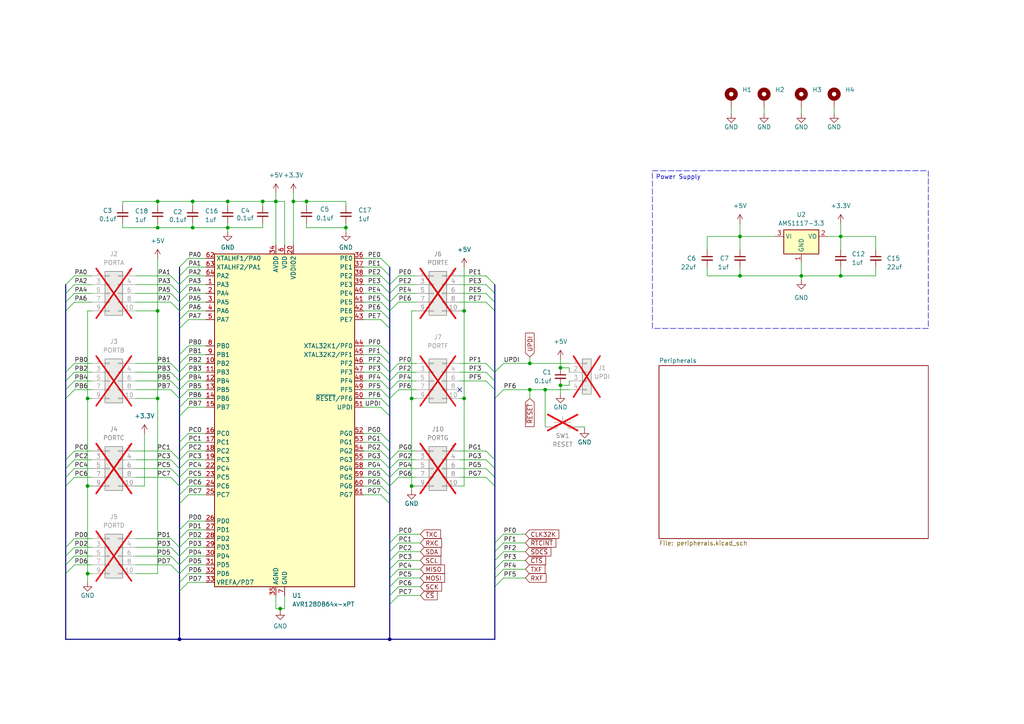
<source format=kicad_sch>
(kicad_sch (version 20231120) (generator "eeschema") (generator_version "8.0")
  (paper "A4")
  (title_block (title "AVRbrain") (date "2024-01-23") (rev "1.0") (company "(C) 2023 J.B. Langston") (comment 1 "https://github.com/jblang/avrbrain"))
  (lib_symbols
    (symbol "Connector_Generic:Conn_01x04" (pin_names (offset 1.016) hide)
      (property "Reference" "J" (at 0 5.08 0))
      (property "Value" "Conn_01x04" (at 0 -7.62 0))
      (symbol "Conn_01x04_1_1"
        (pin passive line (at -5.08 2.54 0) (length 3.81) (name "Pin_1") (number "1"))
        (pin passive line (at -5.08 0 0) (length 3.81) (name "Pin_2") (number "2"))
        (pin passive line (at -5.08 -2.54 0) (length 3.81) (name "Pin_3") (number "3"))
        (pin passive line (at -5.08 -5.08 0) (length 3.81) (name "Pin_4") (number "4"))
      )
    )
    (symbol "Connector_Generic:Conn_02x05_Odd_Even" (pin_names (offset 1.016) hide)
      (property "Reference" "J" (at 1.27 7.62 0))
      (property "Value" "Conn_02x05_Odd_Even" (at 1.27 -7.62 0))
      (symbol "Conn_02x05_Odd_Even_1_1"
        (pin passive line (at -5.08 5.08 0) (length 3.81) (name "Pin_1") (number "1"))
        (pin passive line (at 7.62 -5.08 180) (length 3.81) (name "Pin_10") (number "10"))
        (pin passive line (at 7.62 5.08 180) (length 3.81) (name "Pin_2") (number "2"))
        (pin passive line (at -5.08 2.54 0) (length 3.81) (name "Pin_3") (number "3"))
        (pin passive line (at 7.62 2.54 180) (length 3.81) (name "Pin_4") (number "4"))
        (pin passive line (at -5.08 0 0) (length 3.81) (name "Pin_5") (number "5"))
        (pin passive line (at 7.62 0 180) (length 3.81) (name "Pin_6") (number "6"))
        (pin passive line (at -5.08 -2.54 0) (length 3.81) (name "Pin_7") (number "7"))
        (pin passive line (at 7.62 -2.54 180) (length 3.81) (name "Pin_8") (number "8"))
        (pin passive line (at -5.08 -5.08 0) (length 3.81) (name "Pin_9") (number "9"))
      )
    )
    (symbol "Device:C_Small" (pin_numbers hide) (pin_names (offset 0.254) hide)
      (property "Reference" "C" (at 0.254 1.778 0))
      (property "Value" "C_Small" (at 0.254 -2.032 0))
      (symbol "C_Small_1_1"
        (pin passive line (at 0 2.54 270) (length 2.032) (name "~") (number "1"))
        (pin passive line (at 0 -2.54 90) (length 2.032) (name "~") (number "2"))
      )
    )
    (symbol "GND_1" (power) (pin_names (offset 0))
      (property "Value" "GND_1" (at 0 -3.81 0))
      (symbol "GND_1_1_1"
        (pin power_in line (at 0 0 270) (length 0) hide (name "GND") (number "1"))
      )
    )
    (symbol "MCU_Microchip_AVR_Dx:AVR128DB64x-xPT"
      (property "Reference" "U1" (at 2.1941 -50.8 0))
      (property "Value" "AVR128DB64x-xPT" (at 2.1941 -53.34 0))
      (symbol "AVR128DB64x-xPT_1_1"
        (pin bidirectional line (at -22.86 39.37 0) (length 2.54) (name "PA3") (number "1"))
        (pin bidirectional line (at -22.86 16.51 0) (length 2.54) (name "PB2") (number "10"))
        (pin bidirectional line (at -22.86 13.97 0) (length 2.54) (name "PB3") (number "11"))
        (pin bidirectional line (at -22.86 11.43 0) (length 2.54) (name "PB4") (number "12"))
        (pin bidirectional line (at -22.86 8.89 0) (length 2.54) (name "PB5") (number "13"))
        (pin bidirectional line (at -22.86 6.35 0) (length 2.54) (name "PB6") (number "14"))
        (pin bidirectional line (at -22.86 3.81 0) (length 2.54) (name "PB7") (number "15"))
        (pin bidirectional line (at -22.86 -3.81 0) (length 2.54) (name "PC0") (number "16"))
        (pin bidirectional line (at -22.86 -6.35 0) (length 2.54) (name "PC1") (number "17"))
        (pin bidirectional line (at -22.86 -8.89 0) (length 2.54) (name "PC2") (number "18"))
        (pin bidirectional line (at -22.86 -11.43 0) (length 2.54) (name "PC3") (number "19"))
        (pin bidirectional line (at -22.86 36.83 0) (length 2.54) (name "PA4") (number "2"))
        (pin power_in line (at 2.54 50.8 270) (length 2.54) (name "VDDIO2") (number "20"))
        (pin passive line (at 0 -50.8 90) (length 2.54) hide (name "GND") (number "21"))
        (pin bidirectional line (at -22.86 -13.97 0) (length 2.54) (name "PC4") (number "22"))
        (pin bidirectional line (at -22.86 -16.51 0) (length 2.54) (name "PC5") (number "23"))
        (pin bidirectional line (at -22.86 -19.05 0) (length 2.54) (name "PC6") (number "24"))
        (pin bidirectional line (at -22.86 -21.59 0) (length 2.54) (name "PC7") (number "25"))
        (pin bidirectional line (at -22.86 -29.21 0) (length 2.54) (name "PD0") (number "26"))
        (pin bidirectional line (at -22.86 -31.75 0) (length 2.54) (name "PD1") (number "27"))
        (pin bidirectional line (at -22.86 -34.29 0) (length 2.54) (name "PD2") (number "28"))
        (pin bidirectional line (at -22.86 -36.83 0) (length 2.54) (name "PD3") (number "29"))
        (pin bidirectional line (at -22.86 34.29 0) (length 2.54) (name "PA5") (number "3"))
        (pin bidirectional line (at -22.86 -39.37 0) (length 2.54) (name "PD4") (number "30"))
        (pin bidirectional line (at -22.86 -41.91 0) (length 2.54) (name "PD5") (number "31"))
        (pin bidirectional line (at -22.86 -44.45 0) (length 2.54) (name "PD6") (number "32"))
        (pin bidirectional line (at -22.86 -46.99 0) (length 2.54) (name "VREFA/PD7") (number "33"))
        (pin power_in line (at -2.54 50.8 270) (length 2.54) (name "AVDD") (number "34"))
        (pin power_in line (at -2.54 -50.8 90) (length 2.54) (name "AGND") (number "35"))
        (pin bidirectional line (at 22.86 46.99 180) (length 2.54) (name "PE0") (number "36"))
        (pin bidirectional line (at 22.86 44.45 180) (length 2.54) (name "PE1") (number "37"))
        (pin bidirectional line (at 22.86 41.91 180) (length 2.54) (name "PE2") (number "38"))
        (pin bidirectional line (at 22.86 39.37 180) (length 2.54) (name "PE3") (number "39"))
        (pin bidirectional line (at -22.86 31.75 0) (length 2.54) (name "PA6") (number "4"))
        (pin bidirectional line (at 22.86 36.83 180) (length 2.54) (name "PE4") (number "40"))
        (pin bidirectional line (at 22.86 34.29 180) (length 2.54) (name "PE5") (number "41"))
        (pin bidirectional line (at 22.86 31.75 180) (length 2.54) (name "PE6") (number "42"))
        (pin bidirectional line (at 22.86 29.21 180) (length 2.54) (name "PE7") (number "43"))
        (pin bidirectional line (at 22.86 21.59 180) (length 2.54) (name "XTAL32K1/PF0") (number "44"))
        (pin bidirectional line (at 22.86 19.05 180) (length 2.54) (name "XTAL32K2/PF1") (number "45"))
        (pin bidirectional line (at 22.86 16.51 180) (length 2.54) (name "PF2") (number "46"))
        (pin bidirectional line (at 22.86 13.97 180) (length 2.54) (name "PF3") (number "47"))
        (pin bidirectional line (at 22.86 11.43 180) (length 2.54) (name "PF4") (number "48"))
        (pin bidirectional line (at 22.86 8.89 180) (length 2.54) (name "PF5") (number "49"))
        (pin bidirectional line (at -22.86 29.21 0) (length 2.54) (name "PA7") (number "5"))
        (pin bidirectional line (at 22.86 6.35 180) (length 2.54) (name "~{RESET}/PF6") (number "50"))
        (pin input line (at 22.86 3.81 180) (length 2.54) (name "UPDI") (number "51"))
        (pin bidirectional line (at 22.86 -3.81 180) (length 2.54) (name "PG0") (number "52"))
        (pin bidirectional line (at 22.86 -6.35 180) (length 2.54) (name "PG1") (number "53"))
        (pin bidirectional line (at 22.86 -8.89 180) (length 2.54) (name "PG2") (number "54"))
        (pin bidirectional line (at 22.86 -11.43 180) (length 2.54) (name "PG3") (number "55"))
        (pin passive line (at 0 50.8 270) (length 2.54) hide (name "VDD") (number "56"))
        (pin passive line (at 0 -50.8 90) (length 2.54) hide (name "GND") (number "57"))
        (pin bidirectional line (at 22.86 -13.97 180) (length 2.54) (name "PG4") (number "58"))
        (pin bidirectional line (at 22.86 -16.51 180) (length 2.54) (name "PG5") (number "59"))
        (pin power_in line (at 0 50.8 270) (length 2.54) (name "VDD") (number "6"))
        (pin bidirectional line (at 22.86 -19.05 180) (length 2.54) (name "PG6") (number "60"))
        (pin bidirectional line (at 22.86 -21.59 180) (length 2.54) (name "PG7") (number "61"))
        (pin bidirectional line (at -22.86 46.99 0) (length 2.54) (name "XTALHF1/PA0") (number "62"))
        (pin bidirectional line (at -22.86 44.45 0) (length 2.54) (name "XTALHF2/PA1") (number "63"))
        (pin bidirectional line (at -22.86 41.91 0) (length 2.54) (name "PA2") (number "64"))
        (pin power_in line (at 0 -50.8 90) (length 2.54) (name "GND") (number "7"))
        (pin bidirectional line (at -22.86 21.59 0) (length 2.54) (name "PB0") (number "8"))
        (pin bidirectional line (at -22.86 19.05 0) (length 2.54) (name "PB1") (number "9"))
      )
    )
    (symbol "Mechanical:MountingHole_Pad" (pin_numbers hide) (pin_names (offset 1.016) hide)
      (property "Reference" "H" (at 0 6.35 0))
      (property "Value" "MountingHole_Pad" (at 0 4.445 0))
      (symbol "MountingHole_Pad_1_1"
        (pin input line (at 0 -2.54 90) (length 2.54) (name "1") (number "1"))
      )
    )
    (symbol "Regulator_Linear:AMS1117-3.3"
      (property "Reference" "U" (at -3.81 3.175 0))
      (property "Value" "AMS1117-3.3" (at 0 3.175 0))
      (symbol "AMS1117-3.3_1_1"
        (pin power_in line (at 0 -7.62 90) (length 2.54) (name "GND") (number "1"))
        (pin power_out line (at 7.62 0 180) (length 2.54) (name "VO") (number "2"))
        (pin power_in line (at -7.62 0 0) (length 2.54) (name "VI") (number "3"))
      )
    )
    (symbol "Switch:SW_Push" (pin_numbers hide) (pin_names (offset 1.016) hide)
      (property "Reference" "SW" (at 1.27 2.54 0))
      (property "Value" "SW_Push" (at 0 -1.524 0))
      (symbol "SW_Push_0_1"
        (pin passive line (at -5.08 0 0) (length 2.54) (name "1") (number "1"))
        (pin passive line (at 5.08 0 180) (length 2.54) (name "2") (number "2"))
      )
    )
    (symbol "power:+3.3V" (power) (pin_names (offset 0))
      (property "Value" "+3.3V" (at 0 3.556 0))
      (symbol "+3.3V_1_1"
        (pin power_in line (at 0 0 90) (length 0) hide (name "+3.3V") (number "1"))
      )
    )
    (symbol "power:+5V" (power) (pin_names (offset 0))
      (property "Value" "+5V" (at 0 3.556 0))
      (symbol "+5V_1_1"
        (pin power_in line (at 0 0 90) (length 0) hide (name "+5V") (number "1"))
      )
    )
    (symbol "power:GND" (power) (pin_names (offset 0))
      (property "Value" "GND" (at 0 -3.81 0))
      (symbol "GND_1_1"
        (pin power_in line (at 0 0 270) (length 0) hide (name "GND") (number "1"))
      )
    )
  )
  (junction (at 153.67 113.03))
  (junction (at 55.88 66.04))
  (junction (at 158.115 113.03))
  (junction (at 119.38 115.57))
  (junction (at 134.62 90.17))
  (junction (at 113.03 185.42))
  (junction (at 214.63 68.58))
  (junction (at 134.62 115.57))
  (junction (at 45.72 58.42))
  (junction (at 80.01 58.42))
  (junction (at 55.88 58.42))
  (junction (at 45.72 115.57))
  (junction (at 162.56 106.68))
  (junction (at 52.07 185.42))
  (junction (at 85.09 58.42))
  (junction (at 25.4 140.97))
  (junction (at 25.4 166.37))
  (junction (at 88.9 58.42))
  (junction (at 153.67 105.41))
  (junction (at 100.33 66.04))
  (junction (at 76.2 58.42))
  (junction (at 243.84 80.01))
  (junction (at 214.63 80.01))
  (junction (at 45.72 66.04))
  (junction (at 66.04 66.04))
  (junction (at 81.28 176.53))
  (junction (at 162.56 111.76))
  (junction (at 45.72 90.17))
  (junction (at 119.38 140.97))
  (junction (at 66.04 58.42))
  (junction (at 232.41 80.01))
  (junction (at 25.4 115.57))
  (junction (at 243.84 68.58))
  (no_connect (at 133.35 113.03))
  (bus_entry (at 146.05 157.48) (size -2.54 2.54))
  (bus_entry (at 54.61 156.21) (size -2.54 2.54))
  (bus_entry (at 115.57 110.49) (size -2.54 2.54))
  (bus_entry (at 54.61 151.13) (size -2.54 2.54))
  (bus_entry (at 54.61 118.11) (size -2.54 2.54))
  (bus_entry (at 21.59 161.29) (size -2.54 2.54))
  (bus_entry (at 54.61 161.29) (size -2.54 2.54))
  (bus_entry (at 146.05 113.03) (size -2.54 2.54))
  (bus_entry (at 115.57 154.94) (size -2.54 2.54))
  (bus_entry (at 54.61 125.73) (size -2.54 2.54))
  (bus_entry (at 54.61 138.43) (size -2.54 2.54))
  (bus_entry (at 110.49 135.89) (size 2.54 2.54))
  (bus_entry (at 54.61 87.63) (size -2.54 2.54))
  (bus_entry (at 54.61 85.09) (size -2.54 2.54))
  (bus_entry (at 54.61 92.71) (size -2.54 2.54))
  (bus_entry (at 49.53 87.63) (size 2.54 2.54))
  (bus_entry (at 110.49 118.11) (size 2.54 2.54))
  (bus_entry (at 21.59 85.09) (size -2.54 2.54))
  (bus_entry (at 115.57 160.02) (size -2.54 2.54))
  (bus_entry (at 115.57 157.48) (size -2.54 2.54))
  (bus_entry (at 21.59 105.41) (size -2.54 2.54))
  (bus_entry (at 110.49 87.63) (size 2.54 2.54))
  (bus_entry (at 115.57 87.63) (size -2.54 2.54))
  (bus_entry (at 110.49 138.43) (size 2.54 2.54))
  (bus_entry (at 49.53 82.55) (size 2.54 2.54))
  (bus_entry (at 54.61 105.41) (size -2.54 2.54))
  (bus_entry (at 54.61 100.33) (size -2.54 2.54))
  (bus_entry (at 140.97 82.55) (size 2.54 2.54))
  (bus_entry (at 49.53 110.49) (size 2.54 2.54))
  (bus_entry (at 115.57 82.55) (size -2.54 2.54))
  (bus_entry (at 110.49 80.01) (size 2.54 2.54))
  (bus_entry (at 140.97 110.49) (size 2.54 2.54))
  (bus_entry (at 110.49 85.09) (size 2.54 2.54))
  (bus_entry (at 21.59 107.95) (size -2.54 2.54))
  (bus_entry (at 49.53 130.81) (size 2.54 2.54))
  (bus_entry (at 140.97 107.95) (size 2.54 2.54))
  (bus_entry (at 49.53 133.35) (size 2.54 2.54))
  (bus_entry (at 49.53 80.01) (size 2.54 2.54))
  (bus_entry (at 54.61 82.55) (size -2.54 2.54))
  (bus_entry (at 115.57 138.43) (size -2.54 2.54))
  (bus_entry (at 110.49 92.71) (size 2.54 2.54))
  (bus_entry (at 54.61 113.03) (size -2.54 2.54))
  (bus_entry (at 115.57 130.81) (size -2.54 2.54))
  (bus_entry (at 110.49 74.93) (size 2.54 2.54))
  (bus_entry (at 115.57 162.56) (size -2.54 2.54))
  (bus_entry (at 54.61 168.91) (size -2.54 2.54))
  (bus_entry (at 54.61 140.97) (size -2.54 2.54))
  (bus_entry (at 140.97 130.81) (size 2.54 2.54))
  (bus_entry (at 140.97 85.09) (size 2.54 2.54))
  (bus_entry (at 110.49 110.49) (size 2.54 2.54))
  (bus_entry (at 54.61 133.35) (size -2.54 2.54))
  (bus_entry (at 49.53 107.95) (size 2.54 2.54))
  (bus_entry (at 49.53 113.03) (size 2.54 2.54))
  (bus_entry (at 110.49 140.97) (size 2.54 2.54))
  (bus_entry (at 115.57 105.41) (size -2.54 2.54))
  (bus_entry (at 140.97 80.01) (size 2.54 2.54))
  (bus_entry (at 146.05 160.02) (size -2.54 2.54))
  (bus_entry (at 21.59 87.63) (size -2.54 2.54))
  (bus_entry (at 54.61 135.89) (size -2.54 2.54))
  (bus_entry (at 21.59 138.43) (size -2.54 2.54))
  (bus_entry (at 110.49 115.57) (size 2.54 2.54))
  (bus_entry (at 49.53 156.21) (size 2.54 2.54))
  (bus_entry (at 146.05 154.94) (size -2.54 2.54))
  (bus_entry (at 54.61 153.67) (size -2.54 2.54))
  (bus_entry (at 21.59 130.81) (size -2.54 2.54))
  (bus_entry (at 110.49 130.81) (size 2.54 2.54))
  (bus_entry (at 54.61 77.47) (size -2.54 2.54))
  (bus_entry (at 146.05 162.56) (size -2.54 2.54))
  (bus_entry (at 110.49 77.47) (size 2.54 2.54))
  (bus_entry (at 110.49 128.27) (size 2.54 2.54))
  (bus_entry (at 115.57 80.01) (size -2.54 2.54))
  (bus_entry (at 54.61 158.75) (size -2.54 2.54))
  (bus_entry (at 115.57 165.1) (size -2.54 2.54))
  (bus_entry (at 115.57 113.03) (size -2.54 2.54))
  (bus_entry (at 54.61 163.83) (size -2.54 2.54))
  (bus_entry (at 21.59 82.55) (size -2.54 2.54))
  (bus_entry (at 21.59 163.83) (size -2.54 2.54))
  (bus_entry (at 115.57 133.35) (size -2.54 2.54))
  (bus_entry (at 49.53 105.41) (size 2.54 2.54))
  (bus_entry (at 21.59 135.89) (size -2.54 2.54))
  (bus_entry (at 49.53 85.09) (size 2.54 2.54))
  (bus_entry (at 115.57 107.95) (size -2.54 2.54))
  (bus_entry (at 21.59 156.21) (size -2.54 2.54))
  (bus_entry (at 54.61 128.27) (size -2.54 2.54))
  (bus_entry (at 54.61 107.95) (size -2.54 2.54))
  (bus_entry (at 115.57 170.18) (size -2.54 2.54))
  (bus_entry (at 21.59 133.35) (size -2.54 2.54))
  (bus_entry (at 140.97 105.41) (size 2.54 2.54))
  (bus_entry (at 110.49 105.41) (size 2.54 2.54))
  (bus_entry (at 115.57 135.89) (size -2.54 2.54))
  (bus_entry (at 140.97 138.43) (size 2.54 2.54))
  (bus_entry (at 49.53 135.89) (size 2.54 2.54))
  (bus_entry (at 54.61 130.81) (size -2.54 2.54))
  (bus_entry (at 140.97 133.35) (size 2.54 2.54))
  (bus_entry (at 110.49 143.51) (size 2.54 2.54))
  (bus_entry (at 49.53 138.43) (size 2.54 2.54))
  (bus_entry (at 54.61 102.87) (size -2.54 2.54))
  (bus_entry (at 146.05 167.64) (size -2.54 2.54))
  (bus_entry (at 54.61 143.51) (size -2.54 2.54))
  (bus_entry (at 110.49 82.55) (size 2.54 2.54))
  (bus_entry (at 110.49 100.33) (size 2.54 2.54))
  (bus_entry (at 110.49 125.73) (size 2.54 2.54))
  (bus_entry (at 21.59 113.03) (size -2.54 2.54))
  (bus_entry (at 140.97 135.89) (size 2.54 2.54))
  (bus_entry (at 115.57 85.09) (size -2.54 2.54))
  (bus_entry (at 21.59 80.01) (size -2.54 2.54))
  (bus_entry (at 21.59 110.49) (size -2.54 2.54))
  (bus_entry (at 110.49 90.17) (size 2.54 2.54))
  (bus_entry (at 115.57 172.72) (size -2.54 2.54))
  (bus_entry (at 110.49 113.03) (size 2.54 2.54))
  (bus_entry (at 115.57 167.64) (size -2.54 2.54))
  (bus_entry (at 110.49 102.87) (size 2.54 2.54))
  (bus_entry (at 54.61 80.01) (size -2.54 2.54))
  (bus_entry (at 54.61 90.17) (size -2.54 2.54))
  (bus_entry (at 54.61 166.37) (size -2.54 2.54))
  (bus_entry (at 110.49 133.35) (size 2.54 2.54))
  (bus_entry (at 140.97 87.63) (size 2.54 2.54))
  (bus_entry (at 54.61 115.57) (size -2.54 2.54))
  (bus_entry (at 49.53 158.75) (size 2.54 2.54))
  (bus_entry (at 110.49 107.95) (size 2.54 2.54))
  (bus_entry (at 21.59 158.75) (size -2.54 2.54))
  (bus_entry (at 49.53 161.29) (size 2.54 2.54))
  (bus_entry (at 54.61 110.49) (size -2.54 2.54))
  (bus_entry (at 54.61 74.93) (size -2.54 2.54))
  (bus_entry (at 146.05 105.41) (size -2.54 2.54))
  (bus_entry (at 146.05 165.1) (size -2.54 2.54))
  (bus_entry (at 49.53 163.83) (size 2.54 2.54))
  (wire (pts (xy 45.72 66.04) (xy 55.88 66.04)))
  (bus (pts (xy 52.07 113.03) (xy 52.07 115.57)))
  (wire (pts (xy 105.41 135.89) (xy 110.49 135.89)))
  (bus (pts (xy 113.03 115.57) (xy 113.03 118.11)))
  (wire (pts (xy 153.67 105.41) (xy 146.05 105.41)))
  (wire (pts (xy 82.55 176.53) (xy 81.28 176.53)))
  (wire (pts (xy 39.37 135.89) (xy 49.53 135.89)))
  (wire (pts (xy 21.59 113.03) (xy 26.67 113.03)))
  (wire (pts (xy 133.35 138.43) (xy 140.97 138.43)))
  (wire (pts (xy 39.37 107.95) (xy 49.53 107.95)))
  (wire (pts (xy 39.37 130.81) (xy 49.53 130.81)))
  (wire (pts (xy 76.2 64.77) (xy 76.2 66.04)))
  (bus (pts (xy 52.07 130.81) (xy 52.07 133.35)))
  (wire (pts (xy 80.01 55.88) (xy 80.01 58.42)))
  (wire (pts (xy 105.41 85.09) (xy 110.49 85.09)))
  (bus (pts (xy 113.03 130.81) (xy 113.03 133.35)))
  (wire (pts (xy 25.4 140.97) (xy 25.4 166.37)))
  (wire (pts (xy 115.57 170.18) (xy 121.92 170.18)))
  (wire (pts (xy 21.59 85.09) (xy 26.67 85.09)))
  (bus (pts (xy 143.51 160.02) (xy 143.51 162.56)))
  (wire (pts (xy 54.61 166.37) (xy 59.69 166.37)))
  (bus (pts (xy 19.05 161.29) (xy 19.05 163.83)))
  (wire (pts (xy 205.105 80.01) (xy 214.63 80.01)))
  (wire (pts (xy 88.9 58.42) (xy 85.09 58.42)))
  (wire (pts (xy 80.01 58.42) (xy 82.55 58.42)))
  (bus (pts (xy 113.03 95.25) (xy 113.03 102.87)))
  (wire (pts (xy 162.56 106.68) (xy 165.1 106.68)))
  (wire (pts (xy 134.62 77.47) (xy 134.62 90.17)))
  (wire (pts (xy 119.38 140.97) (xy 119.38 115.57)))
  (wire (pts (xy 39.37 156.21) (xy 49.53 156.21)))
  (wire (pts (xy 21.59 80.01) (xy 26.67 80.01)))
  (wire (pts (xy 21.59 156.21) (xy 26.67 156.21)))
  (bus (pts (xy 113.03 113.03) (xy 113.03 115.57)))
  (wire (pts (xy 21.59 87.63) (xy 26.67 87.63)))
  (wire (pts (xy 105.41 118.11) (xy 110.49 118.11)))
  (bus (pts (xy 52.07 90.17) (xy 52.07 92.71)))
  (wire (pts (xy 115.57 82.55) (xy 120.65 82.55)))
  (wire (pts (xy 169.545 123.825) (xy 168.275 123.825)))
  (wire (pts (xy 240.03 68.58) (xy 243.84 68.58)))
  (wire (pts (xy 165.1 105.41) (xy 153.67 105.41)))
  (wire (pts (xy 54.61 90.17) (xy 59.69 90.17)))
  (wire (pts (xy 54.61 107.95) (xy 59.69 107.95)))
  (wire (pts (xy 115.57 87.63) (xy 120.65 87.63)))
  (wire (pts (xy 21.59 158.75) (xy 26.67 158.75)))
  (bus (pts (xy 113.03 90.17) (xy 113.03 92.71)))
  (wire (pts (xy 66.04 58.42) (xy 66.04 59.69)))
  (wire (pts (xy 115.57 105.41) (xy 120.65 105.41)))
  (bus (pts (xy 113.03 165.1) (xy 113.03 167.64)))
  (wire (pts (xy 39.37 161.29) (xy 49.53 161.29)))
  (bus (pts (xy 52.07 102.87) (xy 52.07 105.41)))
  (wire (pts (xy 39.37 138.43) (xy 49.53 138.43)))
  (wire (pts (xy 115.57 130.81) (xy 120.65 130.81)))
  (wire (pts (xy 165.1 107.95) (xy 165.1 106.68)))
  (wire (pts (xy 115.57 162.56) (xy 121.92 162.56)))
  (wire (pts (xy 133.35 80.01) (xy 140.97 80.01)))
  (bus (pts (xy 143.51 157.48) (xy 143.51 160.02)))
  (bus (pts (xy 143.51 110.49) (xy 143.51 113.03)))
  (bus (pts (xy 19.05 135.89) (xy 19.05 138.43)))
  (wire (pts (xy 115.57 138.43) (xy 120.65 138.43)))
  (wire (pts (xy 133.35 82.55) (xy 140.97 82.55)))
  (wire (pts (xy 214.63 68.58) (xy 214.63 72.39)))
  (bus (pts (xy 19.05 82.55) (xy 19.05 85.09)))
  (bus (pts (xy 19.05 163.83) (xy 19.05 166.37)))
  (bus (pts (xy 19.05 138.43) (xy 19.05 140.97)))
  (bus (pts (xy 52.07 163.83) (xy 52.07 166.37)))
  (bus (pts (xy 19.05 185.42) (xy 52.07 185.42)))
  (wire (pts (xy 39.37 113.03) (xy 49.53 113.03)))
  (bus (pts (xy 19.05 158.75) (xy 19.05 161.29)))
  (wire (pts (xy 21.59 161.29) (xy 26.67 161.29)))
  (bus (pts (xy 113.03 105.41) (xy 113.03 107.95)))
  (wire (pts (xy 100.33 64.77) (xy 100.33 66.04)))
  (wire (pts (xy 21.59 82.55) (xy 26.67 82.55)))
  (bus (pts (xy 52.07 85.09) (xy 52.07 87.63)))
  (bus (pts (xy 113.03 135.89) (xy 113.03 138.43)))
  (wire (pts (xy 115.57 157.48) (xy 121.92 157.48)))
  (wire (pts (xy 85.09 58.42) (xy 85.09 71.12)))
  (bus (pts (xy 52.07 82.55) (xy 52.07 85.09)))
  (wire (pts (xy 39.37 158.75) (xy 49.53 158.75)))
  (wire (pts (xy 105.41 133.35) (xy 110.49 133.35)))
  (wire (pts (xy 162.56 111.76) (xy 162.56 114.3)))
  (wire (pts (xy 100.33 66.04) (xy 100.33 67.31)))
  (bus (pts (xy 52.07 95.25) (xy 52.07 102.87)))
  (wire (pts (xy 169.545 124.46) (xy 169.545 123.825)))
  (bus (pts (xy 19.05 133.35) (xy 19.05 135.89)))
  (bus (pts (xy 113.03 170.18) (xy 113.03 172.72)))
  (wire (pts (xy 232.41 76.2) (xy 232.41 80.01)))
  (bus (pts (xy 52.07 118.11) (xy 52.07 120.65)))
  (wire (pts (xy 25.4 166.37) (xy 25.4 168.91)))
  (bus (pts (xy 52.07 168.91) (xy 52.07 171.45)))
  (bus (pts (xy 113.03 120.65) (xy 113.03 128.27)))
  (wire (pts (xy 39.37 115.57) (xy 45.72 115.57)))
  (wire (pts (xy 54.61 115.57) (xy 59.69 115.57)))
  (wire (pts (xy 120.65 90.17) (xy 119.38 90.17)))
  (bus (pts (xy 19.05 87.63) (xy 19.05 90.17)))
  (wire (pts (xy 212.09 31.115) (xy 212.09 33.02)))
  (wire (pts (xy 232.41 31.115) (xy 232.41 33.02)))
  (bus (pts (xy 19.05 90.17) (xy 19.05 107.95)))
  (bus (pts (xy 143.51 113.03) (xy 143.51 115.57)))
  (bus (pts (xy 52.07 92.71) (xy 52.07 95.25)))
  (bus (pts (xy 52.07 77.47) (xy 52.07 80.01)))
  (wire (pts (xy 54.61 135.89) (xy 59.69 135.89)))
  (wire (pts (xy 55.88 66.04) (xy 66.04 66.04)))
  (wire (pts (xy 146.05 154.94) (xy 152.4 154.94)))
  (wire (pts (xy 21.59 163.83) (xy 26.67 163.83)))
  (wire (pts (xy 54.61 143.51) (xy 59.69 143.51)))
  (wire (pts (xy 134.62 90.17) (xy 134.62 115.57)))
  (bus (pts (xy 52.07 171.45) (xy 52.07 185.42)))
  (wire (pts (xy 105.41 77.47) (xy 110.49 77.47)))
  (wire (pts (xy 55.88 64.77) (xy 55.88 66.04)))
  (wire (pts (xy 119.38 140.97) (xy 119.38 142.24)))
  (bus (pts (xy 113.03 92.71) (xy 113.03 95.25)))
  (wire (pts (xy 254 68.58) (xy 254 72.39)))
  (wire (pts (xy 105.41 87.63) (xy 110.49 87.63)))
  (bus (pts (xy 113.03 143.51) (xy 113.03 146.05)))
  (wire (pts (xy 146.05 157.48) (xy 152.4 157.48)))
  (wire (pts (xy 35.56 64.77) (xy 35.56 66.04)))
  (wire (pts (xy 39.37 163.83) (xy 49.53 163.83)))
  (wire (pts (xy 133.35 130.81) (xy 140.97 130.81)))
  (wire (pts (xy 45.72 115.57) (xy 45.72 166.37)))
  (bus (pts (xy 143.51 167.64) (xy 143.51 170.18)))
  (bus (pts (xy 52.07 135.89) (xy 52.07 138.43)))
  (bus (pts (xy 52.07 140.97) (xy 52.07 143.51)))
  (wire (pts (xy 162.56 111.76) (xy 165.1 111.76)))
  (bus (pts (xy 113.03 133.35) (xy 113.03 135.89)))
  (wire (pts (xy 81.28 176.53) (xy 81.28 177.165)))
  (wire (pts (xy 25.4 140.97) (xy 26.67 140.97)))
  (wire (pts (xy 39.37 133.35) (xy 49.53 133.35)))
  (wire (pts (xy 54.61 87.63) (xy 59.69 87.63)))
  (wire (pts (xy 146.05 162.56) (xy 152.4 162.56)))
  (wire (pts (xy 115.57 80.01) (xy 120.65 80.01)))
  (wire (pts (xy 54.61 100.33) (xy 59.69 100.33)))
  (wire (pts (xy 54.61 82.55) (xy 59.69 82.55)))
  (wire (pts (xy 133.35 87.63) (xy 140.97 87.63)))
  (wire (pts (xy 35.56 59.69) (xy 35.56 58.42)))
  (wire (pts (xy 115.57 85.09) (xy 120.65 85.09)))
  (bus (pts (xy 113.03 157.48) (xy 113.03 160.02)))
  (wire (pts (xy 45.72 64.77) (xy 45.72 66.04)))
  (wire (pts (xy 82.55 71.12) (xy 82.55 58.42)))
  (bus (pts (xy 52.07 138.43) (xy 52.07 140.97)))
  (wire (pts (xy 54.61 74.93) (xy 59.69 74.93)))
  (wire (pts (xy 105.41 143.51) (xy 110.49 143.51)))
  (wire (pts (xy 105.41 105.41) (xy 110.49 105.41)))
  (wire (pts (xy 115.57 135.89) (xy 120.65 135.89)))
  (wire (pts (xy 214.63 68.58) (xy 224.79 68.58)))
  (bus (pts (xy 143.51 140.97) (xy 143.51 157.48)))
  (wire (pts (xy 214.63 77.47) (xy 214.63 80.01)))
  (wire (pts (xy 205.105 77.47) (xy 205.105 80.01)))
  (wire (pts (xy 45.72 90.17) (xy 45.72 115.57)))
  (bus (pts (xy 52.07 107.95) (xy 52.07 110.49)))
  (wire (pts (xy 41.91 125.73) (xy 41.91 140.97)))
  (wire (pts (xy 133.35 110.49) (xy 140.97 110.49)))
  (wire (pts (xy 54.61 77.47) (xy 59.69 77.47)))
  (wire (pts (xy 88.9 64.77) (xy 88.9 66.04)))
  (bus (pts (xy 113.03 77.47) (xy 113.03 80.01)))
  (wire (pts (xy 54.61 113.03) (xy 59.69 113.03)))
  (wire (pts (xy 133.35 135.89) (xy 140.97 135.89)))
  (wire (pts (xy 80.01 176.53) (xy 81.28 176.53)))
  (wire (pts (xy 205.105 68.58) (xy 205.105 72.39)))
  (wire (pts (xy 133.35 105.41) (xy 140.97 105.41)))
  (bus (pts (xy 113.03 172.72) (xy 113.03 175.26)))
  (wire (pts (xy 54.61 163.83) (xy 59.69 163.83)))
  (bus (pts (xy 113.03 162.56) (xy 113.03 165.1)))
  (wire (pts (xy 88.9 59.69) (xy 88.9 58.42)))
  (wire (pts (xy 54.61 105.41) (xy 59.69 105.41)))
  (wire (pts (xy 21.59 110.49) (xy 26.67 110.49)))
  (wire (pts (xy 115.57 160.02) (xy 121.92 160.02)))
  (wire (pts (xy 105.41 102.87) (xy 110.49 102.87)))
  (bus (pts (xy 52.07 161.29) (xy 52.07 163.83)))
  (wire (pts (xy 105.41 82.55) (xy 110.49 82.55)))
  (bus (pts (xy 52.07 153.67) (xy 52.07 156.21)))
  (wire (pts (xy 54.61 128.27) (xy 59.69 128.27)))
  (wire (pts (xy 105.41 130.81) (xy 110.49 130.81)))
  (bus (pts (xy 52.07 80.01) (xy 52.07 82.55)))
  (wire (pts (xy 25.4 166.37) (xy 26.67 166.37)))
  (bus (pts (xy 19.05 140.97) (xy 19.05 158.75)))
  (wire (pts (xy 115.57 113.03) (xy 120.65 113.03)))
  (wire (pts (xy 133.35 107.95) (xy 140.97 107.95)))
  (bus (pts (xy 19.05 110.49) (xy 19.05 113.03)))
  (wire (pts (xy 133.35 85.09) (xy 140.97 85.09)))
  (wire (pts (xy 41.91 140.97) (xy 39.37 140.97)))
  (wire (pts (xy 54.61 168.91) (xy 59.69 168.91)))
  (bus (pts (xy 143.51 85.09) (xy 143.51 87.63)))
  (wire (pts (xy 115.57 154.94) (xy 121.92 154.94)))
  (bus (pts (xy 113.03 167.64) (xy 113.03 170.18)))
  (wire (pts (xy 254 80.01) (xy 243.84 80.01)))
  (wire (pts (xy 158.115 113.03) (xy 153.67 113.03)))
  (bus (pts (xy 113.03 82.55) (xy 113.03 85.09)))
  (wire (pts (xy 243.84 64.77) (xy 243.84 68.58)))
  (wire (pts (xy 39.37 87.63) (xy 49.53 87.63)))
  (wire (pts (xy 54.61 80.01) (xy 59.69 80.01)))
  (bus (pts (xy 143.51 162.56) (xy 143.51 165.1)))
  (wire (pts (xy 54.61 92.71) (xy 59.69 92.71)))
  (wire (pts (xy 221.615 31.115) (xy 221.615 33.02)))
  (wire (pts (xy 66.04 66.04) (xy 66.04 67.31)))
  (wire (pts (xy 35.56 58.42) (xy 45.72 58.42)))
  (wire (pts (xy 39.37 105.41) (xy 49.53 105.41)))
  (wire (pts (xy 146.05 160.02) (xy 152.4 160.02)))
  (wire (pts (xy 254 77.47) (xy 254 80.01)))
  (bus (pts (xy 113.03 80.01) (xy 113.03 82.55)))
  (wire (pts (xy 54.61 102.87) (xy 59.69 102.87)))
  (wire (pts (xy 100.33 59.69) (xy 100.33 58.42)))
  (wire (pts (xy 39.37 90.17) (xy 45.72 90.17)))
  (wire (pts (xy 39.37 166.37) (xy 45.72 166.37)))
  (wire (pts (xy 39.37 85.09) (xy 49.53 85.09)))
  (bus (pts (xy 52.07 128.27) (xy 52.07 130.81)))
  (wire (pts (xy 153.67 115.57) (xy 153.67 113.03)))
  (wire (pts (xy 105.41 74.93) (xy 110.49 74.93)))
  (wire (pts (xy 21.59 107.95) (xy 26.67 107.95)))
  (wire (pts (xy 105.41 113.03) (xy 110.49 113.03)))
  (wire (pts (xy 66.04 58.42) (xy 76.2 58.42)))
  (bus (pts (xy 52.07 143.51) (xy 52.07 146.05)))
  (bus (pts (xy 52.07 115.57) (xy 52.07 118.11)))
  (wire (pts (xy 243.84 68.58) (xy 243.84 72.39)))
  (bus (pts (xy 143.51 87.63) (xy 143.51 90.17)))
  (wire (pts (xy 76.2 58.42) (xy 76.2 59.69)))
  (bus (pts (xy 19.05 107.95) (xy 19.05 110.49)))
  (wire (pts (xy 21.59 105.41) (xy 26.67 105.41)))
  (wire (pts (xy 54.61 158.75) (xy 59.69 158.75)))
  (wire (pts (xy 243.84 80.01) (xy 232.41 80.01)))
  (bus (pts (xy 52.07 166.37) (xy 52.07 168.91)))
  (wire (pts (xy 66.04 66.04) (xy 76.2 66.04)))
  (wire (pts (xy 243.84 77.47) (xy 243.84 80.01)))
  (wire (pts (xy 205.105 68.58) (xy 214.63 68.58)))
  (wire (pts (xy 105.41 138.43) (xy 110.49 138.43)))
  (wire (pts (xy 21.59 135.89) (xy 26.67 135.89)))
  (wire (pts (xy 105.41 90.17) (xy 110.49 90.17)))
  (wire (pts (xy 55.88 58.42) (xy 45.72 58.42)))
  (bus (pts (xy 19.05 115.57) (xy 19.05 133.35)))
  (bus (pts (xy 19.05 113.03) (xy 19.05 115.57)))
  (wire (pts (xy 39.37 80.01) (xy 49.53 80.01)))
  (wire (pts (xy 54.61 130.81) (xy 59.69 130.81)))
  (wire (pts (xy 115.57 107.95) (xy 120.65 107.95)))
  (bus (pts (xy 113.03 128.27) (xy 113.03 130.81)))
  (wire (pts (xy 85.09 55.88) (xy 85.09 58.42)))
  (wire (pts (xy 100.33 58.42) (xy 88.9 58.42)))
  (bus (pts (xy 113.03 85.09) (xy 113.03 87.63)))
  (wire (pts (xy 54.61 153.67) (xy 59.69 153.67)))
  (wire (pts (xy 66.04 64.77) (xy 66.04 66.04)))
  (wire (pts (xy 165.1 110.49) (xy 165.1 111.76)))
  (bus (pts (xy 113.03 138.43) (xy 113.03 140.97)))
  (wire (pts (xy 54.61 110.49) (xy 59.69 110.49)))
  (bus (pts (xy 52.07 158.75) (xy 52.07 161.29)))
  (wire (pts (xy 54.61 133.35) (xy 59.69 133.35)))
  (wire (pts (xy 134.62 115.57) (xy 133.35 115.57)))
  (wire (pts (xy 54.61 138.43) (xy 59.69 138.43)))
  (wire (pts (xy 105.41 107.95) (xy 110.49 107.95)))
  (bus (pts (xy 19.05 85.09) (xy 19.05 87.63)))
  (bus (pts (xy 113.03 175.26) (xy 113.03 185.42)))
  (wire (pts (xy 25.4 90.17) (xy 25.4 115.57)))
  (bus (pts (xy 52.07 133.35) (xy 52.07 135.89)))
  (wire (pts (xy 82.55 172.72) (xy 82.55 176.53)))
  (bus (pts (xy 113.03 118.11) (xy 113.03 120.65)))
  (wire (pts (xy 119.38 115.57) (xy 120.65 115.57)))
  (wire (pts (xy 45.72 74.93) (xy 45.72 90.17)))
  (wire (pts (xy 54.61 125.73) (xy 59.69 125.73)))
  (bus (pts (xy 52.07 110.49) (xy 52.07 113.03)))
  (bus (pts (xy 113.03 107.95) (xy 113.03 110.49)))
  (bus (pts (xy 113.03 102.87) (xy 113.03 105.41)))
  (bus (pts (xy 52.07 146.05) (xy 52.07 153.67)))
  (wire (pts (xy 54.61 118.11) (xy 59.69 118.11)))
  (wire (pts (xy 26.67 90.17) (xy 25.4 90.17)))
  (wire (pts (xy 21.59 138.43) (xy 26.67 138.43)))
  (wire (pts (xy 232.41 80.01) (xy 232.41 81.28)))
  (wire (pts (xy 105.41 92.71) (xy 110.49 92.71)))
  (wire (pts (xy 214.63 64.77) (xy 214.63 68.58)))
  (bus (pts (xy 143.51 115.57) (xy 143.51 133.35)))
  (bus (pts (xy 113.03 160.02) (xy 113.03 162.56)))
  (bus (pts (xy 113.03 140.97) (xy 113.03 143.51)))
  (bus (pts (xy 113.03 185.42) (xy 143.51 185.42)))
  (wire (pts (xy 105.41 140.97) (xy 110.49 140.97)))
  (wire (pts (xy 105.41 115.57) (xy 110.49 115.57)))
  (wire (pts (xy 146.05 165.1) (xy 152.4 165.1)))
  (wire (pts (xy 35.56 66.04) (xy 45.72 66.04)))
  (wire (pts (xy 146.05 167.64) (xy 152.4 167.64)))
  (wire (pts (xy 54.61 85.09) (xy 59.69 85.09)))
  (bus (pts (xy 143.51 107.95) (xy 143.51 110.49)))
  (bus (pts (xy 113.03 110.49) (xy 113.03 113.03)))
  (wire (pts (xy 21.59 133.35) (xy 26.67 133.35)))
  (wire (pts (xy 162.56 104.14) (xy 162.56 106.68)))
  (bus (pts (xy 143.51 170.18) (xy 143.51 185.42)))
  (wire (pts (xy 39.37 82.55) (xy 49.53 82.55)))
  (wire (pts (xy 54.61 140.97) (xy 59.69 140.97)))
  (wire (pts (xy 25.4 115.57) (xy 26.67 115.57)))
  (wire (pts (xy 105.41 100.33) (xy 110.49 100.33)))
  (wire (pts (xy 134.62 140.97) (xy 134.62 115.57)))
  (wire (pts (xy 80.01 172.72) (xy 80.01 176.53)))
  (bus (pts (xy 143.51 138.43) (xy 143.51 140.97)))
  (wire (pts (xy 105.41 125.73) (xy 110.49 125.73)))
  (wire (pts (xy 55.88 58.42) (xy 55.88 59.69)))
  (wire (pts (xy 66.04 58.42) (xy 55.88 58.42)))
  (wire (pts (xy 133.35 90.17) (xy 134.62 90.17)))
  (wire (pts (xy 214.63 80.01) (xy 232.41 80.01)))
  (bus (pts (xy 52.07 156.21) (xy 52.07 158.75)))
  (bus (pts (xy 143.51 82.55) (xy 143.51 85.09)))
  (wire (pts (xy 115.57 165.1) (xy 121.92 165.1)))
  (wire (pts (xy 54.61 156.21) (xy 59.69 156.21)))
  (bus (pts (xy 19.05 166.37) (xy 19.05 185.42)))
  (wire (pts (xy 80.01 58.42) (xy 80.01 71.12)))
  (bus (pts (xy 143.51 133.35) (xy 143.51 135.89)))
  (bus (pts (xy 143.51 90.17) (xy 143.51 107.95)))
  (wire (pts (xy 158.115 113.03) (xy 158.115 123.825)))
  (wire (pts (xy 21.59 130.81) (xy 26.67 130.81)))
  (bus (pts (xy 113.03 87.63) (xy 113.03 90.17)))
  (bus (pts (xy 113.03 146.05) (xy 113.03 157.48)))
  (wire (pts (xy 241.935 31.115) (xy 241.935 33.02)))
  (wire (pts (xy 105.41 128.27) (xy 110.49 128.27)))
  (wire (pts (xy 120.65 140.97) (xy 119.38 140.97)))
  (wire (pts (xy 54.61 151.13) (xy 59.69 151.13)))
  (wire (pts (xy 115.57 133.35) (xy 120.65 133.35)))
  (bus (pts (xy 52.07 120.65) (xy 52.07 128.27)))
  (wire (pts (xy 39.37 110.49) (xy 49.53 110.49)))
  (wire (pts (xy 119.38 90.17) (xy 119.38 115.57)))
  (wire (pts (xy 243.84 68.58) (xy 254 68.58)))
  (wire (pts (xy 165.1 113.03) (xy 158.115 113.03)))
  (bus (pts (xy 143.51 165.1) (xy 143.51 167.64)))
  (wire (pts (xy 133.35 140.97) (xy 134.62 140.97)))
  (wire (pts (xy 25.4 115.57) (xy 25.4 140.97)))
  (bus (pts (xy 52.07 105.41) (xy 52.07 107.95)))
  (wire (pts (xy 80.01 58.42) (xy 76.2 58.42)))
  (wire (pts (xy 133.35 133.35) (xy 140.97 133.35)))
  (wire (pts (xy 45.72 58.42) (xy 45.72 59.69)))
  (bus (pts (xy 52.07 87.63) (xy 52.07 90.17)))
  (bus (pts (xy 143.51 135.89) (xy 143.51 138.43)))
  (wire (pts (xy 88.9 66.04) (xy 100.33 66.04)))
  (wire (pts (xy 153.67 113.03) (xy 146.05 113.03)))
  (wire (pts (xy 115.57 167.64) (xy 121.92 167.64)))
  (wire (pts (xy 115.57 172.72) (xy 121.92 172.72)))
  (wire (pts (xy 105.41 80.01) (xy 110.49 80.01)))
  (wire (pts (xy 105.41 110.49) (xy 110.49 110.49)))
  (wire (pts (xy 153.67 103.505) (xy 153.67 105.41)))
  (bus (pts (xy 52.07 185.42) (xy 113.03 185.42)))
  (wire (pts (xy 54.61 161.29) (xy 59.69 161.29)))
  (wire (pts (xy 115.57 110.49) (xy 120.65 110.49)))
  (text_box "Power Supply" (at 189.23 49.53 0) (size 80.01 45.72) (stroke (width 0) (type dash)) (effects (font (size 1.27 1.27)) (justify left top)))
  (label "PC2" (at 54.61 130.81 0))
  (label "PC6" (at 115.57 170.18 0))
  (label "PG3" (at 139.7 133.35 180))
  (label "PF5" (at 146.05 167.64 0))
  (label "PD4" (at 21.59 161.29 0))
  (label "PG7" (at 110.49 143.51 180))
  (label "PC6" (at 54.61 140.97 0))
  (label "PF3" (at 139.7 107.95 180))
  (label "PB2" (at 54.61 105.41 0))
  (label "PE2" (at 110.49 80.01 180))
  (label "PB7" (at 49.53 113.03 180))
  (label "PA5" (at 54.61 87.63 0))
  (label "PA4" (at 21.59 85.09 0))
  (label "PA6" (at 21.59 87.63 0))
  (label "PD0" (at 54.61 151.13 0))
  (label "PE7" (at 110.49 92.71 180))
  (label "PC1" (at 54.61 128.27 0))
  (label "PC2" (at 21.59 133.35 0))
  (label "PD0" (at 21.59 156.21 0))
  (label "PF2" (at 110.49 105.41 180))
  (label "PE3" (at 110.49 82.55 180))
  (label "PB4" (at 54.61 110.49 0))
  (label "PA3" (at 49.53 82.55 180))
  (label "PC3" (at 54.61 133.35 0))
  (label "PF0" (at 115.57 105.41 0))
  (label "PE6" (at 115.57 87.63 0))
  (label "PD2" (at 54.61 156.21 0))
  (label "PB3" (at 54.61 107.95 0))
  (label "PE1" (at 139.7 80.01 180))
  (label "PF6" (at 115.57 113.03 0))
  (label "PB4" (at 21.59 110.49 0))
  (label "PF2" (at 115.57 107.95 0))
  (label "PE0" (at 110.49 74.93 180))
  (label "PE0" (at 115.57 80.01 0))
  (label "PF6" (at 146.05 113.03 0))
  (label "PE5" (at 110.49 87.63 180))
  (label "PD7" (at 54.61 168.91 0))
  (label "PD7" (at 49.53 163.83 180))
  (label "PF0" (at 110.49 100.33 180))
  (label "PA2" (at 54.61 80.01 0))
  (label "PB1" (at 49.53 105.41 180))
  (label "PC3" (at 115.57 162.56 0))
  (label "PF3" (at 110.49 107.95 180))
  (label "PC5" (at 115.57 167.64 0))
  (label "PB6" (at 21.59 113.03 0))
  (label "PC7" (at 54.61 143.51 0))
  (label "PD4" (at 54.61 161.29 0))
  (label "PA0" (at 21.59 80.01 0))
  (label "PC4" (at 115.57 165.1 0))
  (label "PE2" (at 115.57 82.55 0))
  (label "PB1" (at 54.61 102.87 0))
  (label "PG2" (at 110.49 130.81 180))
  (label "PD5" (at 54.61 163.83 0))
  (label "PA3" (at 54.61 82.55 0))
  (label "PF1" (at 139.7 105.41 180))
  (label "PE6" (at 110.49 90.17 180))
  (label "PG3" (at 110.49 133.35 180))
  (label "PC3" (at 49.53 133.35 180))
  (label "PG6" (at 110.49 140.97 180))
  (label "PB5" (at 54.61 113.03 0))
  (label "PE1" (at 110.49 77.47 180))
  (label "PD3" (at 49.53 158.75 180))
  (label "UPDI" (at 110.49 118.11 180))
  (label "PA6" (at 54.61 90.17 0))
  (label "PA0" (at 54.61 74.93 0))
  (label "PB3" (at 49.53 107.95 180))
  (label "PF2" (at 146.05 160.02 0))
  (label "PF4" (at 146.05 165.1 0))
  (label "PF6" (at 110.49 115.57 180))
  (label "PC6" (at 21.59 138.43 0))
  (label "PB6" (at 54.61 115.57 0))
  (label "PG1" (at 110.49 128.27 180))
  (label "PE7" (at 139.7 87.63 180))
  (label "PC1" (at 115.57 157.48 0))
  (label "PG1" (at 139.7 130.81 180))
  (label "UPDI" (at 146.05 105.41 0))
  (label "PC7" (at 115.57 172.72 0))
  (label "PC1" (at 49.53 130.81 180))
  (label "PC7" (at 49.53 138.43 180))
  (label "PE3" (at 139.7 82.55 180))
  (label "PB0" (at 54.61 100.33 0))
  (label "PA2" (at 21.59 82.55 0))
  (label "PD5" (at 49.53 161.29 180))
  (label "PE4" (at 110.49 85.09 180))
  (label "PD1" (at 49.53 156.21 180))
  (label "PC4" (at 21.59 135.89 0))
  (label "PG0" (at 110.49 125.73 180))
  (label "PD6" (at 54.61 166.37 0))
  (label "PF0" (at 146.05 154.94 0))
  (label "PA7" (at 49.53 87.63 180))
  (label "PD2" (at 21.59 158.75 0))
  (label "PA7" (at 54.61 92.71 0))
  (label "PG5" (at 110.49 138.43 180))
  (label "PD3" (at 54.61 158.75 0))
  (label "PF4" (at 110.49 110.49 180))
  (label "PE5" (at 139.7 85.09 180))
  (label "PF4" (at 115.57 110.49 0))
  (label "PE4" (at 115.57 85.09 0))
  (label "PB5" (at 49.53 110.49 180))
  (label "PF1" (at 110.49 102.87 180))
  (label "PB2" (at 21.59 107.95 0))
  (label "PA4" (at 54.61 85.09 0))
  (label "PC2" (at 115.57 160.02 0))
  (label "PC0" (at 21.59 130.81 0))
  (label "PF3" (at 146.05 162.56 0))
  (label "PG5" (at 139.7 135.89 180))
  (label "PC0" (at 54.61 125.73 0))
  (label "PD6" (at 21.59 163.83 0))
  (label "PG2" (at 115.57 133.35 0))
  (label "PA1" (at 54.61 77.47 0))
  (label "PF1" (at 146.05 157.48 0))
  (label "PG6" (at 115.57 138.43 0))
  (label "PG0" (at 115.57 130.81 0))
  (label "PG7" (at 139.7 138.43 180))
  (label "PD1" (at 54.61 153.67 0))
  (label "PG4" (at 110.49 135.89 180))
  (label "PB0" (at 21.59 105.41 0))
  (label "PF5" (at 110.49 113.03 180))
  (label "PA1" (at 49.53 80.01 180))
  (label "PG4" (at 115.57 135.89 0))
  (label "PC5" (at 49.53 135.89 180))
  (label "PB7" (at 54.61 118.11 0))
  (label "PC5" (at 54.61 138.43 0))
  (label "PF5" (at 139.7 110.49 180))
  (label "PC4" (at 54.61 135.89 0))
  (label "PA5" (at 49.53 85.09 180))
  (label "PC0" (at 115.57 154.94 0))
  (global_label "SDA" (shape input) (at 121.92 160.02 0) (property "Intersheetrefs" "${INTERSHEET_REFS}" (effects (hide yes))))
  (global_label "TXC" (shape input) (at 121.92 154.94 0) (property "Intersheetrefs" "${INTERSHEET_REFS}" (effects (hide yes))))
  (global_label "~{RTCINT}" (shape input) (at 152.4 157.48 0) (property "Intersheetrefs" "${INTERSHEET_REFS}" (effects (hide yes))))
  (global_label "UPDI" (shape input) (at 153.67 103.505 90) (property "Intersheetrefs" "${INTERSHEET_REFS}" (effects (hide yes))))
  (global_label "~{RESET}" (shape input) (at 153.67 115.57 270) (property "Intersheetrefs" "${INTERSHEET_REFS}" (effects (hide yes))))
  (global_label "SCL" (shape input) (at 121.92 162.56 0) (property "Intersheetrefs" "${INTERSHEET_REFS}" (effects (hide yes))))
  (global_label "~{SDCS}" (shape input) (at 152.4 160.02 0) (property "Intersheetrefs" "${INTERSHEET_REFS}" (effects (hide yes))))
  (global_label "SCK" (shape input) (at 121.92 170.18 0) (property "Intersheetrefs" "${INTERSHEET_REFS}" (effects (hide yes))))
  (global_label "~{CTS}" (shape input) (at 152.4 162.56 0) (property "Intersheetrefs" "${INTERSHEET_REFS}" (effects (hide yes))))
  (global_label "CLK32K" (shape input) (at 152.4 154.94 0) (property "Intersheetrefs" "${INTERSHEET_REFS}" (effects (hide yes))))
  (global_label "MISO" (shape input) (at 121.92 165.1 0) (property "Intersheetrefs" "${INTERSHEET_REFS}" (effects (hide yes))))
  (global_label "TXF" (shape input) (at 152.4 165.1 0) (property "Intersheetrefs" "${INTERSHEET_REFS}" (effects (hide yes))))
  (global_label "RXF" (shape input) (at 152.4 167.64 0) (property "Intersheetrefs" "${INTERSHEET_REFS}" (effects (hide yes))))
  (global_label "~{CS}" (shape input) (at 121.92 172.72 0) (property "Intersheetrefs" "${INTERSHEET_REFS}" (effects (hide yes))))
  (global_label "MOSI" (shape input) (at 121.92 167.64 0) (property "Intersheetrefs" "${INTERSHEET_REFS}" (effects (hide yes))))
  (global_label "RXC" (shape input) (at 121.92 157.48 0) (property "Intersheetrefs" "${INTERSHEET_REFS}" (effects (hide yes))))
  (symbol (lib_id "Device:C_Small") (at 88.9 62.23 0) (mirror y) (unit 1)
    (property "Reference" "C5" (at 95.504 60.706 0) (effects (justify left)))
    (property "Value" "0.1uf" (at 96.774 63.246 0) (effects (justify left)))
    (property "Footprint" "Capacitor_SMD:C_0402_1005Metric" (effects (hide yes)))
  )
  (symbol (lib_id "Connector_Generic:Conn_02x05_Odd_Even") (at 125.73 85.09 0) (unit 1) (dnp yes)
    (property "Reference" "J6" (at 127 73.66 0))
    (property "Value" "PORTE" (at 127 76.2 0))
    (property "Footprint" "Connector_PinHeader_2.54mm:PinHeader_2x05_P2.54mm_Vertical" (effects (hide yes)))
    (property "Description" "Generic connector, double row, 02x05, odd/even pin numbering scheme (row 1 odd numbers, row 2 even numbers), script generated (kicad-library-utils/schlib/autogen/connector/)" (effects (hide yes)))
  )
  (symbol (lib_id "power:GND") (at 66.04 67.31 0) (mirror y) (unit 1)
    (property "Reference" "#PWR010" (effects (hide yes)))
    (property "Value" "GND" (at 66.04 71.755 0))
  )
  (symbol (lib_id "Connector_Generic:Conn_02x05_Odd_Even") (at 31.75 110.49 0) (unit 1) (dnp yes)
    (property "Reference" "J3" (at 33.02 99.06 0))
    (property "Value" "PORTB" (at 33.02 101.6 0))
    (property "Footprint" "Connector_PinHeader_2.54mm:PinHeader_2x05_P2.54mm_Vertical" (effects (hide yes)))
    (property "Description" "Generic connector, double row, 02x05, odd/even pin numbering scheme (row 1 odd numbers, row 2 even numbers), script generated (kicad-library-utils/schlib/autogen/connector/)" (effects (hide yes)))
  )
  (symbol (lib_id "power:+3.3V") (at 243.84 64.77 0) (mirror y) (unit 1)
    (property "Reference" "#PWR030" (effects (hide yes)))
    (property "Value" "+3.3V" (at 243.84 59.69 0))
  )
  (symbol (lib_id "Connector_Generic:Conn_02x05_Odd_Even") (at 31.75 161.29 0) (unit 1) (dnp yes)
    (property "Reference" "J5" (at 33.02 149.86 0))
    (property "Value" "PORTD" (at 33.02 152.4 0))
    (property "Footprint" "Connector_PinHeader_2.54mm:PinHeader_2x05_P2.54mm_Vertical" (effects (hide yes)))
    (property "Description" "Generic connector, double row, 02x05, odd/even pin numbering scheme (row 1 odd numbers, row 2 even numbers), script generated (kicad-library-utils/schlib/autogen/connector/)" (effects (hide yes)))
  )
  (symbol (lib_id "power:+3.3V") (at 85.09 55.88 0) (mirror y) (unit 1)
    (property "Reference" "#PWR09" (effects (hide yes)))
    (property "Value" "+3.3V" (at 85.09 50.8 0))
  )
  (symbol (lib_id "power:GND") (at 221.615 33.02 0) (mirror y) (unit 1)
    (property "Reference" "#PWR022" (effects (hide yes)))
    (property "Value" "GND" (at 221.615 36.83 0))
  )
  (symbol (lib_id "Switch:SW_Push") (at 163.195 123.825 0) (mirror y) (unit 1) (dnp yes)
    (property "Reference" "SW1" (at 163.195 126.365 0))
    (property "Value" "RESET" (at 163.195 128.905 0))
    (property "Footprint" "Button_Switch_THT:SW_PUSH_6mm" (effects (hide yes)))
  )
  (symbol (lib_id "Mechanical:MountingHole_Pad") (at 221.615 28.575 0) (unit 1)
    (property "Reference" "H2" (at 224.79 26.035 0) (effects (justify left)))
    (property "Value" "MountingHole_Pad" (effects (hide yes)))
    (property "Footprint" "MountingHole:MountingHole_2.2mm_M2_Pad_Via" (effects (hide yes)))
  )
  (symbol (lib_id "Device:C_Small") (at 35.56 62.23 0) (mirror x) (unit 1)
    (property "Reference" "C3" (at 29.845 61.087 0) (effects (justify left)))
    (property "Value" "0.1uf" (at 28.702 63.5 0) (effects (justify left)))
    (property "Footprint" "Capacitor_SMD:C_0402_1005Metric" (effects (hide yes)))
  )
  (symbol (lib_id "Device:C_Small") (at 162.56 109.22 0) (mirror y) (unit 1)
    (property "Reference" "C1" (at 160.02 107.95 0) (effects (justify left)))
    (property "Value" "0.1uf" (at 160.02 110.49 0) (effects (justify left)))
    (property "Footprint" "Capacitor_SMD:C_0402_1005Metric" (effects (hide yes)))
  )
  (symbol (lib_id "Connector_Generic:Conn_02x05_Odd_Even") (at 125.73 135.89 0) (unit 1) (dnp yes)
    (property "Reference" "J10" (at 127 124.46 0))
    (property "Value" "PORTG" (at 127 127 0))
    (property "Footprint" "Connector_PinHeader_2.54mm:PinHeader_2x05_P2.54mm_Vertical" (effects (hide yes)))
    (property "Description" "Generic connector, double row, 02x05, odd/even pin numbering scheme (row 1 odd numbers, row 2 even numbers), script generated (kicad-library-utils/schlib/autogen/connector/)" (effects (hide yes)))
  )
  (symbol (lib_id "power:GND") (at 162.56 114.3 0) (unit 1)
    (property "Reference" "#PWR06" (effects (hide yes)))
    (property "Value" "GND" (at 162.56 118.11 0))
  )
  (symbol (lib_id "Device:C_Small") (at 214.63 74.93 0) (mirror y) (unit 1)
    (property "Reference" "C7" (at 211.455 74.93 0) (effects (justify left)))
    (property "Value" "1uf" (at 211.455 77.47 0) (effects (justify left)))
    (property "Footprint" "Capacitor_SMD:C_1206_3216Metric" (effects (hide yes)))
  )
  (symbol (lib_id "Mechanical:MountingHole_Pad") (at 212.09 28.575 0) (unit 1)
    (property "Reference" "H1" (at 215.265 26.035 0) (effects (justify left)))
    (property "Value" "MountingHole_Pad" (effects (hide yes)))
    (property "Footprint" "MountingHole:MountingHole_2.2mm_M2_Pad_Via" (effects (hide yes)))
  )
  (symbol (lib_id "Connector_Generic:Conn_02x05_Odd_Even") (at 125.73 110.49 0) (unit 1) (dnp yes)
    (property "Reference" "J7" (at 127 97.79 0))
    (property "Value" "PORTF" (at 127 100.33 0))
    (property "Footprint" "Connector_PinHeader_2.54mm:PinHeader_2x05_P2.54mm_Vertical" (effects (hide yes)))
    (property "Description" "Generic connector, double row, 02x05, odd/even pin numbering scheme (row 1 odd numbers, row 2 even numbers), script generated (kicad-library-utils/schlib/autogen/connector/)" (effects (hide yes)))
  )
  (symbol (lib_id "power:GND") (at 100.33 67.31 0) (mirror y) (unit 1)
    (property "Reference" "#PWR014" (effects (hide yes)))
    (property "Value" "GND" (at 100.33 71.755 0))
  )
  (symbol (lib_id "MCU_Microchip_AVR_Dx:AVR128DB64x-xPT") (at 82.55 121.92 0) (unit 1)
    (property "Reference" "U1" (at 84.7441 172.72 0) (effects (justify left)))
    (property "Value" "AVR128DB64x-xPT" (at 84.7441 175.26 0) (effects (justify left)))
    (property "Footprint" "Package_QFP:TQFP-64_10x10mm_P0.5mm" (effects (hide yes)))
    (property "Datasheet" "https://ww1.microchip.com/downloads/en/DeviceDoc/AVR128DB28-32-48-64-DataSheet-DS40002247A.pdf" (effects (hide yes)))
  )
  (symbol (lib_id "Device:C_Small") (at 100.33 62.23 0) (mirror x) (unit 1)
    (property "Reference" "C17" (at 103.886 60.96 0) (effects (justify left)))
    (property "Value" "1uf" (at 103.886 63.5 0) (effects (justify left)))
    (property "Footprint" "Capacitor_SMD:C_1206_3216Metric" (effects (hide yes)))
  )
  (symbol (lib_id "power:GND") (at 81.28 177.165 0) (mirror y) (unit 1)
    (property "Reference" "#PWR012" (effects (hide yes)))
    (property "Value" "GND" (at 81.28 181.61 0))
  )
  (symbol (lib_id "Device:C_Small") (at 76.2 62.23 0) (mirror y) (unit 1)
    (property "Reference" "C4" (at 72.517 61.087 0) (effects (justify left)))
    (property "Value" "0.1uf" (at 73.66 63.246 0) (effects (justify left)))
    (property "Footprint" "Capacitor_SMD:C_0402_1005Metric" (effects (hide yes)))
  )
  (symbol (lib_id "Device:C_Small") (at 45.72 62.23 0) (mirror x) (unit 1)
    (property "Reference" "C18" (at 39.116 61.214 0) (effects (justify left)))
    (property "Value" "1uf" (at 39.116 63.754 0) (effects (justify left)))
    (property "Footprint" "Capacitor_SMD:C_1206_3216Metric" (effects (hide yes)))
  )
  (symbol (lib_id "power:+5V") (at 45.72 74.93 0) (unit 1)
    (property "Reference" "#PWR02" (effects (hide yes)))
    (property "Value" "+5V" (at 45.72 69.85 0))
  )
  (symbol (lib_id "Device:C_Small") (at 205.105 74.93 0) (mirror y) (unit 1)
    (property "Reference" "C6" (at 201.93 74.93 0) (effects (justify left)))
    (property "Value" "22uf" (at 201.93 77.47 0) (effects (justify left)))
    (property "Footprint" "Capacitor_SMD:C_1206_3216Metric" (effects (hide yes)))
  )
  (symbol (lib_id "Device:C_Small") (at 254 74.93 0) (unit 1)
    (property "Reference" "C15" (at 257.175 74.93 0) (effects (justify left)))
    (property "Value" "22uf" (at 257.175 77.47 0) (effects (justify left)))
    (property "Footprint" "Capacitor_SMD:C_1206_3216Metric" (effects (hide yes)))
  )
  (symbol (lib_id "power:+5V") (at 134.62 77.47 0) (unit 1)
    (property "Reference" "#PWR07" (effects (hide yes)))
    (property "Value" "+5V" (at 134.62 72.39 0))
  )
  (symbol (lib_id "Device:C_Small") (at 66.04 62.23 0) (mirror x) (unit 1)
    (property "Reference" "C16" (at 59.436 61.214 0) (effects (justify left)))
    (property "Value" "1uf" (at 59.436 63.754 0) (effects (justify left)))
    (property "Footprint" "Capacitor_SMD:C_1206_3216Metric" (effects (hide yes)))
  )
  (symbol (lib_id "power:+5V") (at 80.01 55.88 0) (unit 1)
    (property "Reference" "#PWR08" (effects (hide yes)))
    (property "Value" "+5V" (at 80.01 50.8 0))
  )
  (symbol (lib_id "power:+5V") (at 214.63 64.77 0) (unit 1)
    (property "Reference" "#PWR028" (effects (hide yes)))
    (property "Value" "+5V" (at 214.63 59.69 0))
  )
  (symbol (lib_id "power:GND") (at 169.545 124.46 0) (unit 1)
    (property "Reference" "#PWR04" (effects (hide yes)))
    (property "Value" "GND" (at 169.545 128.27 0))
  )
  (symbol (lib_id "power:GND") (at 119.38 142.24 0) (unit 1)
    (property "Reference" "#PWR01" (effects (hide yes)))
    (property "Value" "GND" (at 119.38 146.05 0))
  )
  (symbol (lib_id "Connector_Generic:Conn_02x05_Odd_Even") (at 31.75 85.09 0) (unit 1) (dnp yes)
    (property "Reference" "J2" (at 33.02 73.66 0))
    (property "Value" "PORTA" (at 33.02 76.2 0))
    (property "Footprint" "Connector_PinHeader_2.54mm:PinHeader_2x05_P2.54mm_Vertical" (effects (hide yes)))
    (property "Description" "Generic connector, double row, 02x05, odd/even pin numbering scheme (row 1 odd numbers, row 2 even numbers), script generated (kicad-library-utils/schlib/autogen/connector/)" (effects (hide yes)))
  )
  (symbol (lib_id "Device:C_Small") (at 243.84 74.93 0) (unit 1)
    (property "Reference" "C12" (at 247.015 73.6663 0) (effects (justify left)))
    (property "Value" "1uf" (at 247.015 76.2063 0) (effects (justify left)))
    (property "Footprint" "Capacitor_SMD:C_1206_3216Metric" (effects (hide yes)))
  )
  (symbol (lib_id "power:+5V") (at 162.56 104.14 0) (unit 1)
    (property "Reference" "#PWR03" (effects (hide yes)))
    (property "Value" "+5V" (at 162.56 99.06 0))
  )
  (symbol (lib_id "Device:C_Small") (at 55.88 62.23 0) (mirror x) (unit 1)
    (property "Reference" "C2" (at 50.165 61.468 0) (effects (justify left)))
    (property "Value" "0.1uf" (at 49.022 63.754 0) (effects (justify left)))
    (property "Footprint" "Capacitor_SMD:C_0402_1005Metric" (effects (hide yes)))
  )
  (symbol (lib_id "power:GND") (at 241.935 33.02 0) (mirror y) (unit 1)
    (property "Reference" "#PWR024" (effects (hide yes)))
    (property "Value" "GND" (at 241.935 36.83 0))
  )
  (symbol (lib_id "Mechanical:MountingHole_Pad") (at 241.935 28.575 0) (unit 1)
    (property "Reference" "H4" (at 245.11 26.035 0) (effects (justify left)))
    (property "Value" "MountingHole_Pad" (effects (hide yes)))
    (property "Footprint" "MountingHole:MountingHole_2.2mm_M2_Pad_Via" (effects (hide yes)))
  )
  (symbol (lib_id "Regulator_Linear:AMS1117-3.3") (at 232.41 68.58 0) (unit 1)
    (property "Reference" "U2" (at 232.41 62.23 0))
    (property "Value" "AMS1117-3.3" (at 232.41 64.77 0))
    (property "Footprint" "Package_TO_SOT_SMD:SOT-223-3_TabPin2" (effects (hide yes)))
    (property "Datasheet" "http://www.advanced-monolithic.com/pdf/ds1117.pdf" (effects (hide yes)))
  )
  (symbol (lib_id "power:GND") (at 25.4 168.91 0) (unit 1)
    (property "Reference" "#PWR018" (effects (hide yes)))
    (property "Value" "GND" (at 25.4 172.72 0))
  )
  (symbol (lib_name "GND_1") (lib_id "power:GND") (at 232.41 81.28 0) (unit 1)
    (property "Reference" "#PWR029" (effects (hide yes)))
    (property "Value" "GND" (at 232.41 86.36 0))
  )
  (symbol (lib_id "power:+3.3V") (at 41.91 125.73 0) (mirror y) (unit 1)
    (property "Reference" "#PWR011" (effects (hide yes)))
    (property "Value" "+3.3V" (at 41.91 120.65 0))
  )
  (symbol (lib_id "Connector_Generic:Conn_01x04") (at 170.18 107.95 0) (unit 1) (dnp yes)
    (property "Reference" "J1" (at 174.625 106.68 0))
    (property "Value" "UPDI" (at 174.625 109.22 0))
    (property "Footprint" "Connector_PinHeader_2.54mm:PinHeader_1x04_P2.54mm_Vertical" (effects (hide yes)))
  )
  (symbol (lib_id "power:GND") (at 212.09 33.02 0) (mirror y) (unit 1)
    (property "Reference" "#PWR021" (effects (hide yes)))
    (property "Value" "GND" (at 212.09 36.83 0))
  )
  (symbol (lib_id "power:GND") (at 232.41 33.02 0) (mirror y) (unit 1)
    (property "Reference" "#PWR023" (effects (hide yes)))
    (property "Value" "GND" (at 232.41 36.83 0))
  )
  (symbol (lib_id "Connector_Generic:Conn_02x05_Odd_Even") (at 31.75 135.89 0) (unit 1) (dnp yes)
    (property "Reference" "J4" (at 33.02 124.46 0))
    (property "Value" "PORTC" (at 33.02 127 0))
    (property "Footprint" "Connector_PinHeader_2.54mm:PinHeader_2x05_P2.54mm_Vertical" (effects (hide yes)))
    (property "Description" "Generic connector, double row, 02x05, odd/even pin numbering scheme (row 1 odd numbers, row 2 even numbers), script generated (kicad-library-utils/schlib/autogen/connector/)" (effects (hide yes)))
  )
  (symbol (lib_id "Mechanical:MountingHole_Pad") (at 232.41 28.575 0) (unit 1)
    (property "Reference" "H3" (at 235.585 26.035 0) (effects (justify left)))
    (property "Value" "MountingHole_Pad" (effects (hide yes)))
    (property "Footprint" "MountingHole:MountingHole_2.2mm_M2_Pad_Via" (effects (hide yes)))
  )
  (sheet (at 191.135 106.045) (size 78.105 50.165) (stroke (width 0.1524))
    (property "Sheetname" "Peripherals" (at 191.135 105.3334 0) (effects (justify left bottom)))
    (property "Sheetfile" "peripherals.kicad_sch" (at 191.135 156.7946 0) (effects (justify left top)))
  )
)
</source>
